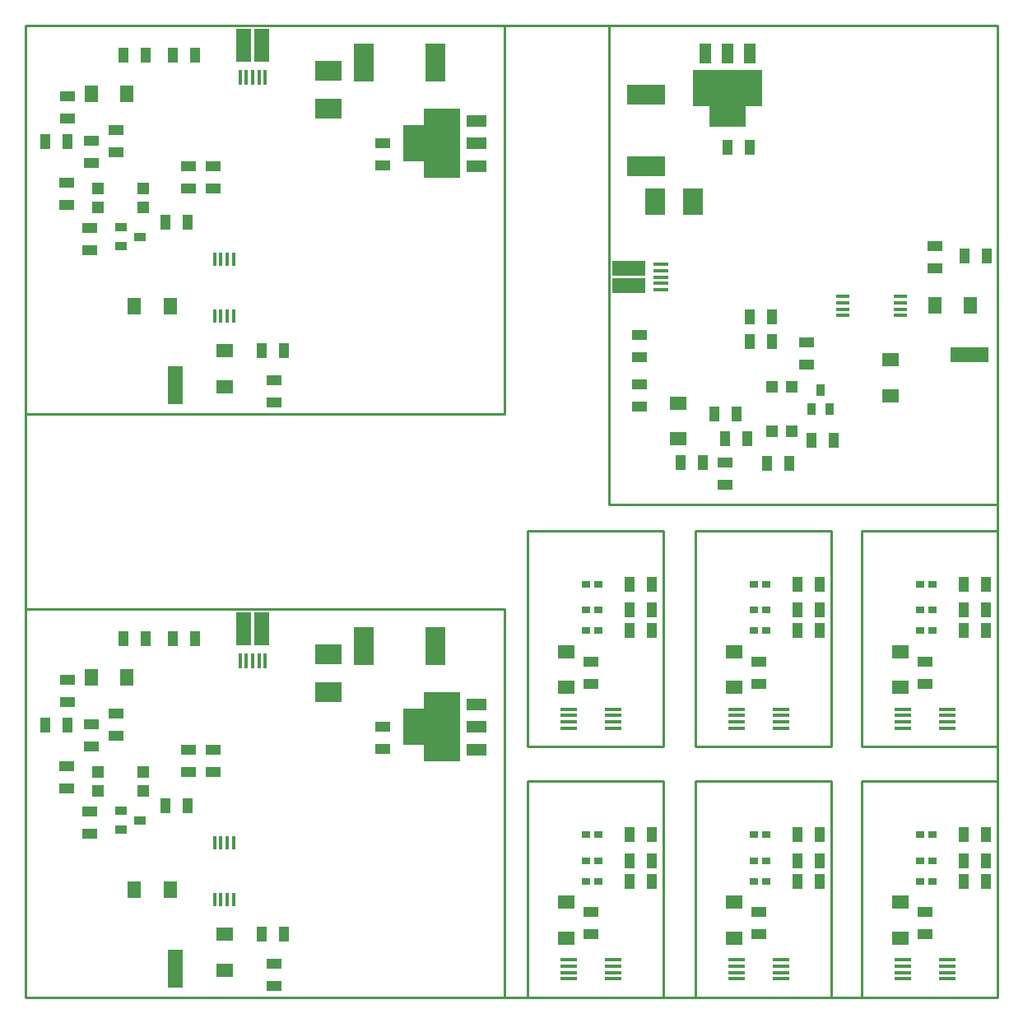
<source format=gtp>
%FSLAX25Y25*%
%MOIN*%
G70*
G01*
G75*
G04 Layer_Color=8421504*
%ADD10R,0.01772X0.06299*%
%ADD11R,0.06299X0.13386*%
%ADD12R,0.01654X0.05512*%
%ADD13R,0.05512X0.07087*%
%ADD14R,0.05000X0.03500*%
%ADD15R,0.09000X0.15000*%
%ADD16R,0.08465X0.05000*%
%ADD17R,0.15000X0.28000*%
%ADD18R,0.07874X0.15748*%
%ADD19R,0.05906X0.15748*%
%ADD20R,0.06600X0.01700*%
%ADD21R,0.07087X0.05512*%
%ADD22R,0.11024X0.07874*%
%ADD23R,0.03300X0.03150*%
%ADD24R,0.04724X0.04724*%
%ADD25R,0.03937X0.05906*%
%ADD26R,0.05906X0.03937*%
%ADD27R,0.15748X0.07874*%
%ADD28R,0.03500X0.05000*%
%ADD29R,0.15748X0.05906*%
%ADD30R,0.07874X0.11024*%
%ADD31R,0.04724X0.04724*%
%ADD32R,0.05512X0.01654*%
%ADD33R,0.06299X0.01772*%
%ADD34R,0.13386X0.06299*%
%ADD35R,0.15000X0.09000*%
%ADD36R,0.05000X0.08465*%
%ADD37R,0.28000X0.15000*%
%ADD38C,0.04000*%
%ADD39C,0.01800*%
%ADD40C,0.02000*%
%ADD41C,0.01500*%
%ADD42C,0.02500*%
%ADD43C,0.03000*%
%ADD44C,0.01000*%
%ADD45C,0.05000*%
%ADD46R,0.27700X0.02100*%
%ADD47R,0.01900X0.03800*%
%ADD48R,0.35700X0.03400*%
%ADD49R,0.02100X0.27700*%
%ADD50R,0.03800X0.01900*%
%ADD51R,0.03400X0.35700*%
%ADD52R,0.08200X0.15600*%
%ADD53R,0.05512X0.07874*%
%ADD54R,0.05118X0.07874*%
%ADD55C,0.07874*%
%ADD56C,0.07087*%
%ADD57R,0.07874X0.05512*%
%ADD58R,0.07874X0.05118*%
%ADD59C,0.15800*%
%ADD60C,0.03937*%
%ADD61C,0.04000*%
%ADD62C,0.05000*%
%ADD63C,0.06000*%
%ADD64R,0.26000X0.28400*%
%ADD65R,0.03000X0.10000*%
%ADD66R,0.10000X0.20000*%
%ADD67R,0.09449X0.04724*%
%ADD68R,0.04724X0.11024*%
%ADD69R,0.09843X0.14961*%
%ADD70R,0.14961X0.09843*%
%ADD71R,0.20000X0.10000*%
%ADD72R,0.10000X0.03000*%
%ADD73R,0.04724X0.09449*%
%ADD74R,0.11024X0.04724*%
%ADD75R,0.28400X0.26000*%
%ADD76C,0.03500*%
%ADD77R,0.21028X0.12517*%
%ADD78R,0.12517X0.21028*%
%ADD79R,0.20200X0.15600*%
%ADD80C,0.00200*%
%ADD81C,0.00394*%
%ADD82C,0.00591*%
%ADD83C,0.00787*%
%ADD84C,0.00500*%
%ADD85C,0.00050*%
%ADD86C,0.00800*%
%ADD87R,0.02300X0.06299*%
%ADD88R,0.12100X0.11300*%
%ADD89R,0.06299X0.02100*%
%ADD90R,0.06299X0.02300*%
%ADD91R,0.02100X0.06299*%
%ADD92R,0.11300X0.12100*%
D10*
X86882Y372700D02*
D03*
X97118D02*
D03*
X94559D02*
D03*
X89441D02*
D03*
X92000D02*
D03*
X86882Y136400D02*
D03*
X97118D02*
D03*
X94559D02*
D03*
X89441D02*
D03*
X92000D02*
D03*
D11*
X95543Y385692D02*
D03*
X88457D02*
D03*
X95543Y149392D02*
D03*
X88457D02*
D03*
D12*
X84177Y299028D02*
D03*
X81618D02*
D03*
X79059D02*
D03*
X76500D02*
D03*
X84177Y275800D02*
D03*
X81618D02*
D03*
X79059D02*
D03*
X76500D02*
D03*
X84177Y62728D02*
D03*
X81618D02*
D03*
X79059D02*
D03*
X76500D02*
D03*
X84177Y39500D02*
D03*
X81618D02*
D03*
X79059D02*
D03*
X76500D02*
D03*
D13*
X41067Y365800D02*
D03*
X26500D02*
D03*
X368200Y280200D02*
D03*
X382767D02*
D03*
X58500Y43500D02*
D03*
X43933D02*
D03*
X41067Y129500D02*
D03*
X26500D02*
D03*
X58500Y279800D02*
D03*
X43933D02*
D03*
D14*
X38500Y311800D02*
D03*
Y304320D02*
D03*
X46374Y308060D02*
D03*
X38500Y75500D02*
D03*
Y68020D02*
D03*
X46374Y71760D02*
D03*
D15*
X157303Y345800D02*
D03*
Y109500D02*
D03*
D16*
X182500Y354855D02*
D03*
Y345800D02*
D03*
Y336745D02*
D03*
Y118555D02*
D03*
Y109500D02*
D03*
Y100445D02*
D03*
D17*
X168700Y345800D02*
D03*
Y109500D02*
D03*
D18*
X136866Y378700D02*
D03*
X166000D02*
D03*
X136866Y142400D02*
D03*
X166000D02*
D03*
D19*
X60500Y247800D02*
D03*
Y11500D02*
D03*
D20*
X373310Y7523D02*
D03*
Y10082D02*
D03*
Y12641D02*
D03*
Y15200D02*
D03*
X355200Y7523D02*
D03*
Y10082D02*
D03*
Y12641D02*
D03*
Y15200D02*
D03*
X373310Y109023D02*
D03*
Y111582D02*
D03*
Y114141D02*
D03*
Y116700D02*
D03*
X355200Y109023D02*
D03*
Y111582D02*
D03*
Y114141D02*
D03*
Y116700D02*
D03*
X305910Y109023D02*
D03*
Y111582D02*
D03*
Y114141D02*
D03*
Y116700D02*
D03*
X287800Y109023D02*
D03*
Y111582D02*
D03*
Y114141D02*
D03*
Y116700D02*
D03*
X237910Y109023D02*
D03*
Y111582D02*
D03*
Y114141D02*
D03*
Y116700D02*
D03*
X219800Y109023D02*
D03*
Y111582D02*
D03*
Y114141D02*
D03*
Y116700D02*
D03*
X237910Y7523D02*
D03*
Y10082D02*
D03*
Y12641D02*
D03*
Y15200D02*
D03*
X219800Y7523D02*
D03*
Y10082D02*
D03*
Y12641D02*
D03*
Y15200D02*
D03*
X305910Y7523D02*
D03*
Y10082D02*
D03*
Y12641D02*
D03*
Y15200D02*
D03*
X287800Y7523D02*
D03*
Y10082D02*
D03*
Y12641D02*
D03*
Y15200D02*
D03*
D21*
X80500Y261800D02*
D03*
Y247233D02*
D03*
X354200Y125500D02*
D03*
Y140067D02*
D03*
X286800Y125500D02*
D03*
Y140067D02*
D03*
X218800Y125500D02*
D03*
Y140067D02*
D03*
Y24000D02*
D03*
Y38567D02*
D03*
X286800Y24000D02*
D03*
Y38567D02*
D03*
X354200Y24000D02*
D03*
Y38567D02*
D03*
X350200Y258200D02*
D03*
Y243633D02*
D03*
X264200Y240767D02*
D03*
Y226200D02*
D03*
X80500Y25500D02*
D03*
Y10933D02*
D03*
D22*
X122500Y375154D02*
D03*
Y359800D02*
D03*
Y138854D02*
D03*
Y123500D02*
D03*
D23*
X367400Y65900D02*
D03*
X362282D02*
D03*
X367400Y167400D02*
D03*
X362282D02*
D03*
X367400Y156873D02*
D03*
X362282D02*
D03*
X367400Y148600D02*
D03*
X362282D02*
D03*
X300000Y167400D02*
D03*
X294882D02*
D03*
X300000Y156873D02*
D03*
X294882D02*
D03*
X300000Y148600D02*
D03*
X294882D02*
D03*
X232000Y167400D02*
D03*
X226882D02*
D03*
X232000Y156873D02*
D03*
X226882D02*
D03*
X232000Y148600D02*
D03*
X226882D02*
D03*
X232000Y47100D02*
D03*
X226882D02*
D03*
X232000Y55373D02*
D03*
X226882D02*
D03*
X232000Y65900D02*
D03*
X226882D02*
D03*
X300000Y47100D02*
D03*
X294882D02*
D03*
X300000Y55373D02*
D03*
X294882D02*
D03*
X300000Y65900D02*
D03*
X294882D02*
D03*
X367400Y47100D02*
D03*
X362282D02*
D03*
X367400Y55373D02*
D03*
X362282D02*
D03*
D24*
X29445Y319863D02*
D03*
X47555D02*
D03*
Y327737D02*
D03*
X29445D02*
D03*
Y83563D02*
D03*
X47555D02*
D03*
Y91437D02*
D03*
X29445D02*
D03*
D25*
X389100Y167400D02*
D03*
X380100D02*
D03*
X389100Y156900D02*
D03*
X380100D02*
D03*
X389100Y148600D02*
D03*
X380100D02*
D03*
X321700Y167400D02*
D03*
X312700D02*
D03*
X321700Y156900D02*
D03*
X312700D02*
D03*
X321700Y148600D02*
D03*
X312700D02*
D03*
X253700Y167400D02*
D03*
X244700D02*
D03*
X253700Y156900D02*
D03*
X244700D02*
D03*
X253700Y148600D02*
D03*
X244700D02*
D03*
X253700Y47100D02*
D03*
X244700D02*
D03*
X253700Y55400D02*
D03*
X244700D02*
D03*
X253700Y65900D02*
D03*
X244700D02*
D03*
X321700Y47100D02*
D03*
X312700D02*
D03*
X321700Y55400D02*
D03*
X312700D02*
D03*
X321700Y65900D02*
D03*
X312700D02*
D03*
X389100Y47100D02*
D03*
X380100D02*
D03*
X389100Y55400D02*
D03*
X380100D02*
D03*
X389100Y65900D02*
D03*
X380100D02*
D03*
X265200Y216700D02*
D03*
X274200D02*
D03*
X287800Y236200D02*
D03*
X278800D02*
D03*
X389200Y300200D02*
D03*
X380200D02*
D03*
X302300Y265700D02*
D03*
X293300D02*
D03*
X302300Y275700D02*
D03*
X293300D02*
D03*
X292200Y226200D02*
D03*
X283200D02*
D03*
X309200Y216200D02*
D03*
X300200D02*
D03*
X318300Y225700D02*
D03*
X327300D02*
D03*
X293200Y344200D02*
D03*
X284200D02*
D03*
X68600Y145200D02*
D03*
X59600D02*
D03*
X17000Y110400D02*
D03*
X8000D02*
D03*
X48600Y145200D02*
D03*
X39600D02*
D03*
X95500Y25500D02*
D03*
X104500D02*
D03*
X65500Y77500D02*
D03*
X56500D02*
D03*
X68600Y381500D02*
D03*
X59600D02*
D03*
X17000Y346700D02*
D03*
X8000D02*
D03*
X48600Y381500D02*
D03*
X39600D02*
D03*
X95500Y261800D02*
D03*
X104500D02*
D03*
X65500Y313800D02*
D03*
X56500D02*
D03*
D26*
X364200Y136000D02*
D03*
Y127000D02*
D03*
X296800Y136000D02*
D03*
Y127000D02*
D03*
X228800Y136000D02*
D03*
Y127000D02*
D03*
Y34500D02*
D03*
Y25500D02*
D03*
X296800Y34500D02*
D03*
Y25500D02*
D03*
X364200Y34500D02*
D03*
Y25500D02*
D03*
X248500Y268300D02*
D03*
Y259300D02*
D03*
X283300Y216700D02*
D03*
Y207700D02*
D03*
X248500Y248300D02*
D03*
Y239300D02*
D03*
X368200Y295200D02*
D03*
Y304200D02*
D03*
X316200Y265200D02*
D03*
Y256200D02*
D03*
X17000Y128500D02*
D03*
Y119500D02*
D03*
X36500Y105900D02*
D03*
Y114900D02*
D03*
X100500Y4500D02*
D03*
Y13500D02*
D03*
X66000Y91400D02*
D03*
Y100400D02*
D03*
X76000Y91400D02*
D03*
Y100400D02*
D03*
X26500Y101500D02*
D03*
Y110500D02*
D03*
X16500Y84500D02*
D03*
Y93500D02*
D03*
X26000Y75400D02*
D03*
Y66400D02*
D03*
X144500Y100500D02*
D03*
Y109500D02*
D03*
X17000Y364800D02*
D03*
Y355800D02*
D03*
X36500Y342200D02*
D03*
Y351200D02*
D03*
X100500Y240800D02*
D03*
Y249800D02*
D03*
X66000Y327700D02*
D03*
Y336700D02*
D03*
X76000Y327700D02*
D03*
Y336700D02*
D03*
X26500Y337800D02*
D03*
Y346800D02*
D03*
X16500Y320800D02*
D03*
Y329800D02*
D03*
X26000Y311700D02*
D03*
Y302700D02*
D03*
X144500Y336800D02*
D03*
Y345800D02*
D03*
D27*
X251300Y336566D02*
D03*
Y365700D02*
D03*
D28*
X318200Y238200D02*
D03*
X325680D02*
D03*
X321940Y246074D02*
D03*
D29*
X382200Y260200D02*
D03*
D30*
X254846Y322200D02*
D03*
X270200D02*
D03*
D31*
X310137Y229145D02*
D03*
Y247255D02*
D03*
X302263D02*
D03*
Y229145D02*
D03*
D32*
X330972Y283877D02*
D03*
Y281318D02*
D03*
Y278759D02*
D03*
Y276200D02*
D03*
X354200Y283877D02*
D03*
Y281318D02*
D03*
Y278759D02*
D03*
Y276200D02*
D03*
D33*
X257300Y286582D02*
D03*
Y296818D02*
D03*
Y294259D02*
D03*
Y289141D02*
D03*
Y291700D02*
D03*
D34*
X244308Y295243D02*
D03*
Y288157D02*
D03*
D35*
X284200Y357003D02*
D03*
D36*
X275145Y382200D02*
D03*
X284200D02*
D03*
X293255D02*
D03*
D37*
X284200Y368400D02*
D03*
D44*
X0Y0D02*
Y393701D01*
Y0D02*
X393701D01*
Y393701D01*
X0D02*
X393701D01*
X194000Y236300D02*
Y393700D01*
X0D02*
X194000D01*
X0Y236300D02*
X194000D01*
X0D02*
Y393700D01*
X194000Y0D02*
Y157400D01*
X0D02*
X194000D01*
X0Y0D02*
X194000D01*
X0D02*
Y157400D01*
X236300Y393700D02*
X393700D01*
X236300Y199700D02*
Y393700D01*
X393700Y199700D02*
Y393700D01*
X236300Y199700D02*
X393700D01*
X338700Y0D02*
Y87500D01*
Y0D02*
X393700D01*
X338700Y87500D02*
X393700D01*
Y0D02*
Y87500D01*
X271300Y0D02*
Y87500D01*
Y0D02*
X326300D01*
X271300Y87500D02*
X326300D01*
Y0D02*
Y87500D01*
X203300Y0D02*
Y87500D01*
Y0D02*
X258300D01*
X203300Y87500D02*
X258300D01*
Y0D02*
Y87500D01*
Y101500D02*
Y189000D01*
X203300D02*
X258300D01*
X203300Y101500D02*
X258300D01*
X203300D02*
Y189000D01*
X326300Y101500D02*
Y189000D01*
X271300D02*
X326300D01*
X271300Y101500D02*
X326300D01*
X271300D02*
Y189000D01*
X393700Y101500D02*
Y189000D01*
X338700D02*
X393700D01*
X338700Y101500D02*
X393700D01*
X338700D02*
Y189000D01*
M02*

</source>
